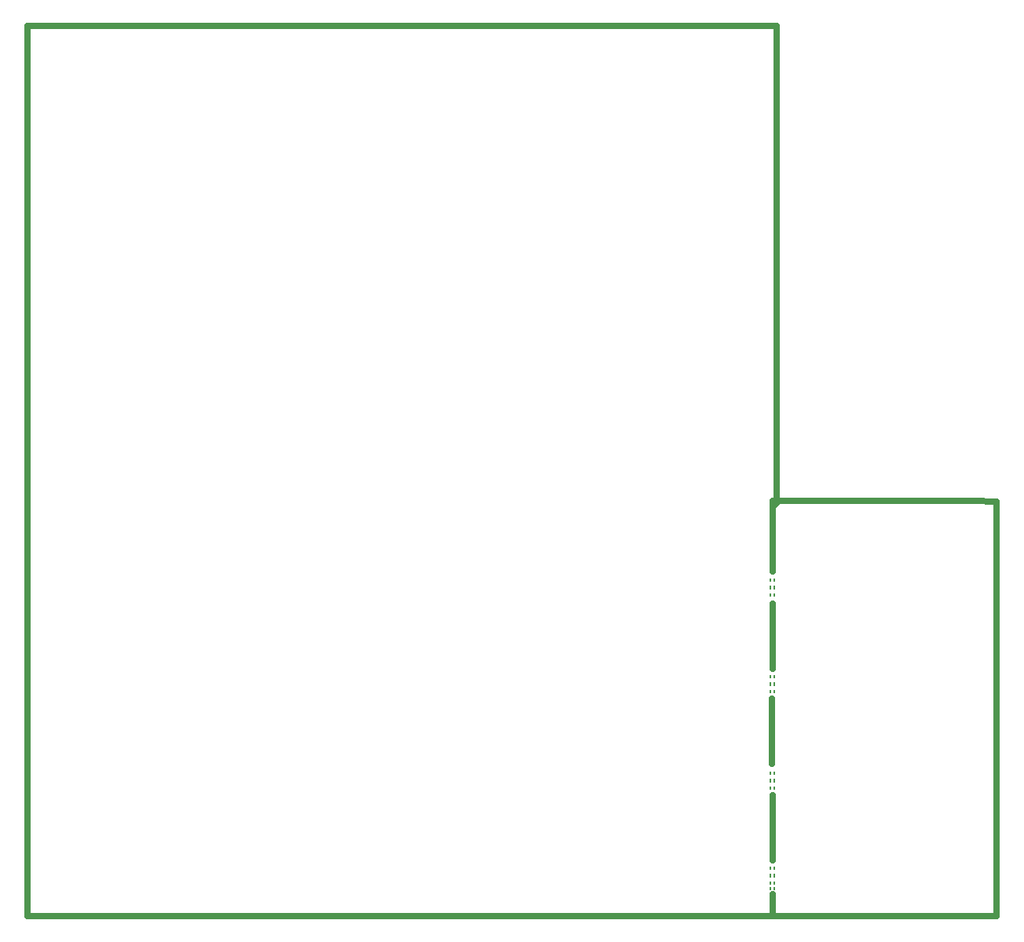
<source format=gko>
G04*
G04 #@! TF.GenerationSoftware,Altium Limited,Altium Designer,20.0.10 (225)*
G04*
G04 Layer_Color=7674933*
%FSLAX25Y25*%
%MOIN*%
G70*
G01*
G75*
%ADD10C,0.00787*%
%ADD219C,0.02756*%
D10*
X315807Y9898D02*
Y11079D01*
X313957Y9898D02*
Y11079D01*
Y18598D02*
Y19780D01*
Y15449D02*
Y16630D01*
Y12299D02*
Y13480D01*
X315807Y12299D02*
Y13480D01*
Y15449D02*
Y16630D01*
Y18598D02*
Y19780D01*
X315858Y58906D02*
Y60087D01*
Y55756D02*
Y56937D01*
Y52606D02*
Y53787D01*
X314008Y52606D02*
Y53787D01*
Y55756D02*
Y56937D01*
Y58906D02*
Y60087D01*
X314000Y99906D02*
Y101087D01*
Y96756D02*
Y97937D01*
Y93606D02*
Y94787D01*
X315850Y93606D02*
Y94787D01*
Y96756D02*
Y97937D01*
Y99906D02*
Y101087D01*
X315890Y140957D02*
Y142138D01*
Y137807D02*
Y138988D01*
Y134658D02*
Y135839D01*
X314039Y134658D02*
Y135839D01*
Y137807D02*
Y138988D01*
Y140957D02*
Y142138D01*
D219*
X314961Y172441D02*
X316614Y174094D01*
X316614Y376811D02*
X316614Y174094D01*
X-1181Y376811D02*
X316614D01*
X-1181D02*
X-1181Y-1417D01*
X315008D01*
X315007Y-1339D02*
X410157D01*
X410157Y174746D02*
X410157Y-1339D01*
X400283Y174882D02*
X410157Y174746D01*
X314961Y174882D02*
X400283D01*
X314925Y8114D02*
X315007Y-1339D01*
X314984Y22354D02*
Y38496D01*
Y49913D01*
X314882Y63370D02*
Y74787D01*
Y90929D01*
X314968Y103764D02*
Y119905D01*
Y131323D01*
X314961Y144882D02*
Y156299D01*
Y174882D01*
M02*

</source>
